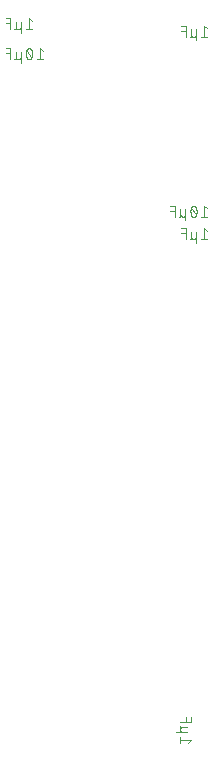
<source format=gbr>
G04 EAGLE Gerber RS-274X export*
G75*
%MOMM*%
%FSLAX34Y34*%
%LPD*%
%INSilkscreen Bottom*%
%IPPOS*%
%AMOC8*
5,1,8,0,0,1.08239X$1,22.5*%
G01*
%ADD10C,0.076200*%


D10*
X326769Y583591D02*
X324158Y585679D01*
X324158Y576281D01*
X321548Y576281D02*
X326769Y576281D01*
X317089Y573148D02*
X317089Y582546D01*
X312912Y582546D02*
X312912Y578369D01*
X312914Y578279D01*
X312920Y578190D01*
X312929Y578100D01*
X312943Y578011D01*
X312960Y577923D01*
X312981Y577836D01*
X313006Y577749D01*
X313035Y577664D01*
X313067Y577580D01*
X313102Y577498D01*
X313142Y577417D01*
X313184Y577338D01*
X313230Y577261D01*
X313280Y577186D01*
X313332Y577113D01*
X313388Y577042D01*
X313446Y576974D01*
X313508Y576909D01*
X313572Y576846D01*
X313639Y576786D01*
X313708Y576729D01*
X313780Y576675D01*
X313854Y576624D01*
X313930Y576576D01*
X314008Y576532D01*
X314088Y576491D01*
X314170Y576453D01*
X314253Y576419D01*
X314338Y576389D01*
X314424Y576362D01*
X314510Y576339D01*
X314598Y576320D01*
X314687Y576305D01*
X314776Y576293D01*
X314865Y576285D01*
X314955Y576281D01*
X315045Y576281D01*
X315135Y576285D01*
X315224Y576293D01*
X315313Y576305D01*
X315402Y576320D01*
X315490Y576339D01*
X315576Y576362D01*
X315662Y576389D01*
X315747Y576419D01*
X315830Y576453D01*
X315912Y576491D01*
X315992Y576532D01*
X316070Y576576D01*
X316146Y576624D01*
X316220Y576675D01*
X316292Y576729D01*
X316361Y576786D01*
X316428Y576846D01*
X316492Y576909D01*
X316554Y576974D01*
X316612Y577042D01*
X316668Y577113D01*
X316720Y577186D01*
X316770Y577261D01*
X316816Y577338D01*
X316858Y577417D01*
X316898Y577498D01*
X316933Y577580D01*
X316965Y577664D01*
X316994Y577749D01*
X317019Y577836D01*
X317040Y577923D01*
X317057Y578011D01*
X317071Y578100D01*
X317080Y578190D01*
X317086Y578279D01*
X317088Y578369D01*
X312912Y578369D02*
X312912Y577325D01*
X312910Y577262D01*
X312904Y577199D01*
X312895Y577137D01*
X312882Y577075D01*
X312865Y577014D01*
X312844Y576955D01*
X312820Y576897D01*
X312792Y576840D01*
X312761Y576785D01*
X312727Y576732D01*
X312690Y576681D01*
X312649Y576633D01*
X312606Y576587D01*
X312560Y576544D01*
X312512Y576503D01*
X312461Y576466D01*
X312408Y576432D01*
X312353Y576401D01*
X312296Y576373D01*
X312238Y576349D01*
X312179Y576328D01*
X312118Y576311D01*
X312056Y576298D01*
X311994Y576289D01*
X311931Y576283D01*
X311868Y576281D01*
X308464Y576281D02*
X308464Y585679D01*
X304287Y585679D01*
X304287Y581502D02*
X308464Y581502D01*
X178313Y761481D02*
X175703Y763569D01*
X175703Y754171D01*
X178313Y754171D02*
X173092Y754171D01*
X168633Y751038D02*
X168633Y760436D01*
X164456Y760436D02*
X164456Y756259D01*
X164457Y756259D02*
X164459Y756169D01*
X164465Y756080D01*
X164474Y755990D01*
X164488Y755901D01*
X164505Y755813D01*
X164526Y755726D01*
X164551Y755639D01*
X164580Y755554D01*
X164612Y755470D01*
X164647Y755388D01*
X164687Y755307D01*
X164729Y755228D01*
X164775Y755151D01*
X164825Y755076D01*
X164877Y755003D01*
X164933Y754932D01*
X164991Y754864D01*
X165053Y754799D01*
X165117Y754736D01*
X165184Y754676D01*
X165253Y754619D01*
X165325Y754565D01*
X165399Y754514D01*
X165475Y754466D01*
X165553Y754422D01*
X165633Y754381D01*
X165715Y754343D01*
X165798Y754309D01*
X165883Y754279D01*
X165969Y754252D01*
X166055Y754229D01*
X166143Y754210D01*
X166232Y754195D01*
X166321Y754183D01*
X166410Y754175D01*
X166500Y754171D01*
X166590Y754171D01*
X166680Y754175D01*
X166769Y754183D01*
X166858Y754195D01*
X166947Y754210D01*
X167035Y754229D01*
X167121Y754252D01*
X167207Y754279D01*
X167292Y754309D01*
X167375Y754343D01*
X167457Y754381D01*
X167537Y754422D01*
X167615Y754466D01*
X167691Y754514D01*
X167765Y754565D01*
X167837Y754619D01*
X167906Y754676D01*
X167973Y754736D01*
X168037Y754799D01*
X168099Y754864D01*
X168157Y754932D01*
X168213Y755003D01*
X168265Y755076D01*
X168315Y755151D01*
X168361Y755228D01*
X168403Y755307D01*
X168443Y755388D01*
X168478Y755470D01*
X168510Y755554D01*
X168539Y755639D01*
X168564Y755726D01*
X168585Y755813D01*
X168602Y755901D01*
X168616Y755990D01*
X168625Y756080D01*
X168631Y756169D01*
X168633Y756259D01*
X164456Y756259D02*
X164456Y755215D01*
X164454Y755152D01*
X164448Y755089D01*
X164439Y755027D01*
X164426Y754965D01*
X164409Y754904D01*
X164388Y754845D01*
X164364Y754787D01*
X164336Y754730D01*
X164305Y754675D01*
X164271Y754622D01*
X164234Y754571D01*
X164193Y754523D01*
X164150Y754477D01*
X164104Y754434D01*
X164056Y754393D01*
X164005Y754356D01*
X163952Y754322D01*
X163897Y754291D01*
X163840Y754263D01*
X163782Y754239D01*
X163723Y754218D01*
X163662Y754201D01*
X163600Y754188D01*
X163538Y754179D01*
X163475Y754173D01*
X163412Y754171D01*
X160008Y754171D02*
X160008Y763569D01*
X155831Y763569D01*
X155831Y759392D02*
X160008Y759392D01*
X184847Y738169D02*
X187457Y736081D01*
X184847Y738169D02*
X184847Y728771D01*
X187457Y728771D02*
X182236Y728771D01*
X178314Y733470D02*
X178312Y733655D01*
X178305Y733840D01*
X178294Y734024D01*
X178279Y734208D01*
X178259Y734392D01*
X178235Y734576D01*
X178206Y734758D01*
X178173Y734940D01*
X178136Y735121D01*
X178094Y735301D01*
X178048Y735481D01*
X177998Y735659D01*
X177944Y735835D01*
X177885Y736011D01*
X177823Y736185D01*
X177756Y736357D01*
X177685Y736528D01*
X177610Y736697D01*
X177531Y736864D01*
X177501Y736944D01*
X177468Y737023D01*
X177431Y737100D01*
X177391Y737176D01*
X177348Y737250D01*
X177302Y737322D01*
X177252Y737391D01*
X177200Y737459D01*
X177144Y737524D01*
X177086Y737587D01*
X177024Y737646D01*
X176961Y737704D01*
X176894Y737758D01*
X176826Y737809D01*
X176755Y737857D01*
X176682Y737902D01*
X176608Y737944D01*
X176531Y737982D01*
X176453Y738017D01*
X176374Y738049D01*
X176293Y738077D01*
X176211Y738101D01*
X176127Y738122D01*
X176044Y738139D01*
X175959Y738152D01*
X175874Y738161D01*
X175789Y738167D01*
X175703Y738169D01*
X175617Y738167D01*
X175532Y738161D01*
X175447Y738152D01*
X175362Y738139D01*
X175279Y738122D01*
X175195Y738101D01*
X175113Y738077D01*
X175033Y738049D01*
X174953Y738017D01*
X174875Y737982D01*
X174798Y737944D01*
X174724Y737902D01*
X174651Y737857D01*
X174580Y737809D01*
X174512Y737758D01*
X174445Y737704D01*
X174382Y737646D01*
X174321Y737587D01*
X174262Y737524D01*
X174207Y737459D01*
X174154Y737391D01*
X174104Y737322D01*
X174058Y737250D01*
X174015Y737176D01*
X173975Y737100D01*
X173938Y737023D01*
X173905Y736944D01*
X173875Y736864D01*
X173796Y736697D01*
X173721Y736528D01*
X173650Y736357D01*
X173583Y736185D01*
X173521Y736011D01*
X173462Y735835D01*
X173408Y735659D01*
X173358Y735481D01*
X173312Y735301D01*
X173270Y735121D01*
X173233Y734940D01*
X173200Y734758D01*
X173171Y734576D01*
X173147Y734392D01*
X173127Y734208D01*
X173112Y734024D01*
X173101Y733840D01*
X173094Y733655D01*
X173092Y733470D01*
X178313Y733470D02*
X178311Y733285D01*
X178304Y733100D01*
X178293Y732916D01*
X178278Y732732D01*
X178258Y732548D01*
X178234Y732364D01*
X178205Y732182D01*
X178172Y732000D01*
X178135Y731819D01*
X178093Y731639D01*
X178047Y731459D01*
X177997Y731281D01*
X177943Y731105D01*
X177884Y730929D01*
X177822Y730755D01*
X177755Y730583D01*
X177684Y730412D01*
X177609Y730243D01*
X177530Y730076D01*
X177531Y730076D02*
X177501Y729996D01*
X177468Y729917D01*
X177431Y729840D01*
X177391Y729764D01*
X177348Y729690D01*
X177302Y729618D01*
X177252Y729549D01*
X177199Y729481D01*
X177144Y729416D01*
X177085Y729353D01*
X177024Y729294D01*
X176961Y729236D01*
X176894Y729182D01*
X176826Y729131D01*
X176755Y729083D01*
X176682Y729038D01*
X176608Y728996D01*
X176531Y728958D01*
X176453Y728923D01*
X176374Y728891D01*
X176293Y728863D01*
X176211Y728839D01*
X176127Y728818D01*
X176044Y728801D01*
X175959Y728788D01*
X175874Y728779D01*
X175789Y728773D01*
X175703Y728771D01*
X173875Y730076D02*
X173796Y730243D01*
X173721Y730412D01*
X173650Y730583D01*
X173583Y730755D01*
X173521Y730929D01*
X173462Y731105D01*
X173408Y731281D01*
X173358Y731459D01*
X173312Y731639D01*
X173270Y731819D01*
X173233Y732000D01*
X173200Y732182D01*
X173171Y732364D01*
X173147Y732548D01*
X173127Y732732D01*
X173112Y732916D01*
X173101Y733100D01*
X173094Y733285D01*
X173092Y733470D01*
X173875Y730076D02*
X173905Y729996D01*
X173938Y729917D01*
X173975Y729840D01*
X174015Y729764D01*
X174058Y729690D01*
X174104Y729618D01*
X174154Y729549D01*
X174207Y729481D01*
X174262Y729416D01*
X174321Y729353D01*
X174382Y729294D01*
X174445Y729236D01*
X174512Y729182D01*
X174580Y729131D01*
X174651Y729083D01*
X174724Y729038D01*
X174798Y728996D01*
X174875Y728958D01*
X174953Y728923D01*
X175033Y728891D01*
X175113Y728863D01*
X175195Y728839D01*
X175279Y728818D01*
X175362Y728801D01*
X175447Y728788D01*
X175532Y728779D01*
X175617Y728773D01*
X175703Y728771D01*
X177791Y730859D02*
X173614Y736081D01*
X168633Y735036D02*
X168633Y725638D01*
X164456Y730859D02*
X164456Y735036D01*
X164457Y730859D02*
X164459Y730769D01*
X164465Y730680D01*
X164474Y730590D01*
X164488Y730501D01*
X164505Y730413D01*
X164526Y730326D01*
X164551Y730239D01*
X164580Y730154D01*
X164612Y730070D01*
X164647Y729988D01*
X164687Y729907D01*
X164729Y729828D01*
X164775Y729751D01*
X164825Y729676D01*
X164877Y729603D01*
X164933Y729532D01*
X164991Y729464D01*
X165053Y729399D01*
X165117Y729336D01*
X165184Y729276D01*
X165253Y729219D01*
X165325Y729165D01*
X165399Y729114D01*
X165475Y729066D01*
X165553Y729022D01*
X165633Y728981D01*
X165715Y728943D01*
X165798Y728909D01*
X165883Y728879D01*
X165969Y728852D01*
X166055Y728829D01*
X166143Y728810D01*
X166232Y728795D01*
X166321Y728783D01*
X166410Y728775D01*
X166500Y728771D01*
X166590Y728771D01*
X166680Y728775D01*
X166769Y728783D01*
X166858Y728795D01*
X166947Y728810D01*
X167035Y728829D01*
X167121Y728852D01*
X167207Y728879D01*
X167292Y728909D01*
X167375Y728943D01*
X167457Y728981D01*
X167537Y729022D01*
X167615Y729066D01*
X167691Y729114D01*
X167765Y729165D01*
X167837Y729219D01*
X167906Y729276D01*
X167973Y729336D01*
X168037Y729399D01*
X168099Y729464D01*
X168157Y729532D01*
X168213Y729603D01*
X168265Y729676D01*
X168315Y729751D01*
X168361Y729828D01*
X168403Y729907D01*
X168443Y729988D01*
X168478Y730070D01*
X168510Y730154D01*
X168539Y730239D01*
X168564Y730326D01*
X168585Y730413D01*
X168602Y730501D01*
X168616Y730590D01*
X168625Y730680D01*
X168631Y730769D01*
X168633Y730859D01*
X164456Y730859D02*
X164456Y729815D01*
X164454Y729752D01*
X164448Y729689D01*
X164439Y729627D01*
X164426Y729565D01*
X164409Y729504D01*
X164388Y729445D01*
X164364Y729387D01*
X164336Y729330D01*
X164305Y729275D01*
X164271Y729222D01*
X164234Y729171D01*
X164193Y729123D01*
X164150Y729077D01*
X164104Y729034D01*
X164056Y728993D01*
X164005Y728956D01*
X163952Y728922D01*
X163897Y728891D01*
X163840Y728863D01*
X163782Y728839D01*
X163723Y728818D01*
X163662Y728801D01*
X163600Y728788D01*
X163538Y728779D01*
X163475Y728773D01*
X163412Y728771D01*
X160008Y728771D02*
X160008Y738169D01*
X155831Y738169D01*
X155831Y733992D02*
X160008Y733992D01*
X324158Y604729D02*
X326769Y602641D01*
X324158Y604729D02*
X324158Y595331D01*
X321548Y595331D02*
X326769Y595331D01*
X317625Y600030D02*
X317623Y600215D01*
X317616Y600400D01*
X317605Y600584D01*
X317590Y600768D01*
X317570Y600952D01*
X317546Y601136D01*
X317517Y601318D01*
X317484Y601500D01*
X317447Y601681D01*
X317405Y601861D01*
X317359Y602041D01*
X317309Y602219D01*
X317255Y602395D01*
X317196Y602571D01*
X317134Y602745D01*
X317067Y602917D01*
X316996Y603088D01*
X316921Y603257D01*
X316842Y603424D01*
X316843Y603424D02*
X316813Y603504D01*
X316780Y603583D01*
X316743Y603660D01*
X316703Y603736D01*
X316660Y603810D01*
X316614Y603882D01*
X316564Y603951D01*
X316512Y604019D01*
X316456Y604084D01*
X316398Y604147D01*
X316336Y604206D01*
X316273Y604264D01*
X316206Y604318D01*
X316138Y604369D01*
X316067Y604417D01*
X315994Y604462D01*
X315920Y604504D01*
X315843Y604542D01*
X315765Y604577D01*
X315686Y604609D01*
X315605Y604637D01*
X315523Y604661D01*
X315439Y604682D01*
X315356Y604699D01*
X315271Y604712D01*
X315186Y604721D01*
X315101Y604727D01*
X315015Y604729D01*
X314929Y604727D01*
X314844Y604721D01*
X314759Y604712D01*
X314674Y604699D01*
X314591Y604682D01*
X314507Y604661D01*
X314425Y604637D01*
X314345Y604609D01*
X314265Y604577D01*
X314187Y604542D01*
X314110Y604504D01*
X314036Y604462D01*
X313963Y604417D01*
X313892Y604369D01*
X313824Y604318D01*
X313757Y604264D01*
X313694Y604206D01*
X313633Y604147D01*
X313574Y604084D01*
X313519Y604019D01*
X313466Y603951D01*
X313416Y603882D01*
X313370Y603810D01*
X313327Y603736D01*
X313287Y603660D01*
X313250Y603583D01*
X313217Y603504D01*
X313187Y603424D01*
X313108Y603257D01*
X313033Y603088D01*
X312962Y602917D01*
X312895Y602745D01*
X312833Y602571D01*
X312774Y602395D01*
X312720Y602219D01*
X312670Y602041D01*
X312624Y601861D01*
X312582Y601681D01*
X312545Y601500D01*
X312512Y601318D01*
X312483Y601136D01*
X312459Y600952D01*
X312439Y600768D01*
X312424Y600584D01*
X312413Y600400D01*
X312406Y600215D01*
X312404Y600030D01*
X317625Y600030D02*
X317623Y599845D01*
X317616Y599660D01*
X317605Y599476D01*
X317590Y599292D01*
X317570Y599108D01*
X317546Y598924D01*
X317517Y598742D01*
X317484Y598560D01*
X317447Y598379D01*
X317405Y598199D01*
X317359Y598019D01*
X317309Y597841D01*
X317255Y597665D01*
X317196Y597489D01*
X317134Y597315D01*
X317067Y597143D01*
X316996Y596972D01*
X316921Y596803D01*
X316842Y596636D01*
X316843Y596636D02*
X316813Y596556D01*
X316780Y596477D01*
X316743Y596400D01*
X316703Y596324D01*
X316660Y596250D01*
X316614Y596178D01*
X316564Y596109D01*
X316511Y596041D01*
X316456Y595976D01*
X316397Y595913D01*
X316336Y595854D01*
X316273Y595796D01*
X316206Y595742D01*
X316138Y595691D01*
X316067Y595643D01*
X315994Y595598D01*
X315920Y595556D01*
X315843Y595518D01*
X315765Y595483D01*
X315686Y595451D01*
X315605Y595423D01*
X315523Y595399D01*
X315439Y595378D01*
X315356Y595361D01*
X315271Y595348D01*
X315186Y595339D01*
X315101Y595333D01*
X315015Y595331D01*
X313187Y596636D02*
X313108Y596803D01*
X313033Y596972D01*
X312962Y597143D01*
X312895Y597315D01*
X312833Y597489D01*
X312774Y597665D01*
X312720Y597841D01*
X312670Y598019D01*
X312624Y598199D01*
X312582Y598379D01*
X312545Y598560D01*
X312512Y598742D01*
X312483Y598924D01*
X312459Y599108D01*
X312439Y599292D01*
X312424Y599476D01*
X312413Y599660D01*
X312406Y599845D01*
X312404Y600030D01*
X313187Y596636D02*
X313217Y596556D01*
X313250Y596477D01*
X313287Y596400D01*
X313327Y596324D01*
X313370Y596250D01*
X313416Y596178D01*
X313466Y596109D01*
X313519Y596041D01*
X313574Y595976D01*
X313633Y595913D01*
X313694Y595854D01*
X313757Y595796D01*
X313824Y595742D01*
X313892Y595691D01*
X313963Y595643D01*
X314036Y595598D01*
X314110Y595556D01*
X314187Y595518D01*
X314265Y595483D01*
X314345Y595451D01*
X314425Y595423D01*
X314507Y595399D01*
X314591Y595378D01*
X314674Y595361D01*
X314759Y595348D01*
X314844Y595339D01*
X314929Y595333D01*
X315015Y595331D01*
X317103Y597419D02*
X312926Y602641D01*
X307945Y601596D02*
X307945Y592198D01*
X303768Y597419D02*
X303768Y601596D01*
X303768Y597419D02*
X303770Y597329D01*
X303776Y597240D01*
X303785Y597150D01*
X303799Y597061D01*
X303816Y596973D01*
X303837Y596886D01*
X303862Y596799D01*
X303891Y596714D01*
X303923Y596630D01*
X303958Y596548D01*
X303998Y596467D01*
X304040Y596388D01*
X304086Y596311D01*
X304136Y596236D01*
X304188Y596163D01*
X304244Y596092D01*
X304302Y596024D01*
X304364Y595959D01*
X304428Y595896D01*
X304495Y595836D01*
X304564Y595779D01*
X304636Y595725D01*
X304710Y595674D01*
X304786Y595626D01*
X304864Y595582D01*
X304944Y595541D01*
X305026Y595503D01*
X305109Y595469D01*
X305194Y595439D01*
X305280Y595412D01*
X305366Y595389D01*
X305454Y595370D01*
X305543Y595355D01*
X305632Y595343D01*
X305721Y595335D01*
X305811Y595331D01*
X305901Y595331D01*
X305991Y595335D01*
X306080Y595343D01*
X306169Y595355D01*
X306258Y595370D01*
X306346Y595389D01*
X306432Y595412D01*
X306518Y595439D01*
X306603Y595469D01*
X306686Y595503D01*
X306768Y595541D01*
X306848Y595582D01*
X306926Y595626D01*
X307002Y595674D01*
X307076Y595725D01*
X307148Y595779D01*
X307217Y595836D01*
X307284Y595896D01*
X307348Y595959D01*
X307410Y596024D01*
X307468Y596092D01*
X307524Y596163D01*
X307576Y596236D01*
X307626Y596311D01*
X307672Y596388D01*
X307714Y596467D01*
X307754Y596548D01*
X307789Y596630D01*
X307821Y596714D01*
X307850Y596799D01*
X307875Y596886D01*
X307896Y596973D01*
X307913Y597061D01*
X307927Y597150D01*
X307936Y597240D01*
X307942Y597329D01*
X307944Y597419D01*
X303768Y597419D02*
X303768Y596375D01*
X303766Y596312D01*
X303760Y596249D01*
X303751Y596187D01*
X303738Y596125D01*
X303721Y596064D01*
X303700Y596005D01*
X303676Y595947D01*
X303648Y595890D01*
X303617Y595835D01*
X303583Y595782D01*
X303546Y595731D01*
X303505Y595683D01*
X303462Y595637D01*
X303416Y595594D01*
X303368Y595553D01*
X303317Y595516D01*
X303264Y595482D01*
X303209Y595451D01*
X303152Y595423D01*
X303094Y595399D01*
X303035Y595378D01*
X302974Y595361D01*
X302912Y595348D01*
X302850Y595339D01*
X302787Y595333D01*
X302724Y595331D01*
X299320Y595331D02*
X299320Y604729D01*
X295143Y604729D01*
X295143Y600552D02*
X299320Y600552D01*
X312629Y152092D02*
X310541Y149481D01*
X312629Y152092D02*
X303231Y152092D01*
X303231Y154702D02*
X303231Y149481D01*
X300098Y159161D02*
X309496Y159161D01*
X309496Y163338D02*
X305319Y163338D01*
X305229Y163336D01*
X305140Y163330D01*
X305050Y163321D01*
X304961Y163307D01*
X304873Y163290D01*
X304786Y163269D01*
X304699Y163244D01*
X304614Y163215D01*
X304530Y163183D01*
X304448Y163148D01*
X304367Y163108D01*
X304288Y163066D01*
X304211Y163020D01*
X304136Y162970D01*
X304063Y162918D01*
X303992Y162862D01*
X303924Y162804D01*
X303859Y162742D01*
X303796Y162678D01*
X303736Y162611D01*
X303679Y162542D01*
X303625Y162470D01*
X303574Y162396D01*
X303526Y162320D01*
X303482Y162242D01*
X303441Y162162D01*
X303403Y162080D01*
X303369Y161997D01*
X303339Y161912D01*
X303312Y161826D01*
X303289Y161740D01*
X303270Y161652D01*
X303255Y161563D01*
X303243Y161474D01*
X303235Y161385D01*
X303231Y161295D01*
X303231Y161205D01*
X303235Y161115D01*
X303243Y161026D01*
X303255Y160937D01*
X303270Y160848D01*
X303289Y160760D01*
X303312Y160674D01*
X303339Y160588D01*
X303369Y160503D01*
X303403Y160420D01*
X303441Y160338D01*
X303482Y160258D01*
X303526Y160180D01*
X303574Y160104D01*
X303625Y160030D01*
X303679Y159958D01*
X303736Y159889D01*
X303796Y159822D01*
X303859Y159758D01*
X303924Y159696D01*
X303992Y159638D01*
X304063Y159582D01*
X304136Y159530D01*
X304211Y159480D01*
X304288Y159434D01*
X304367Y159392D01*
X304448Y159352D01*
X304530Y159317D01*
X304614Y159285D01*
X304699Y159256D01*
X304786Y159231D01*
X304873Y159210D01*
X304961Y159193D01*
X305050Y159179D01*
X305140Y159170D01*
X305229Y159164D01*
X305319Y159162D01*
X305319Y163338D02*
X304275Y163338D01*
X304212Y163340D01*
X304149Y163346D01*
X304087Y163355D01*
X304025Y163368D01*
X303964Y163385D01*
X303905Y163406D01*
X303847Y163430D01*
X303790Y163458D01*
X303735Y163489D01*
X303682Y163523D01*
X303631Y163560D01*
X303583Y163601D01*
X303537Y163644D01*
X303494Y163690D01*
X303453Y163738D01*
X303416Y163789D01*
X303382Y163842D01*
X303351Y163897D01*
X303323Y163954D01*
X303299Y164012D01*
X303278Y164071D01*
X303261Y164132D01*
X303248Y164194D01*
X303239Y164256D01*
X303233Y164319D01*
X303231Y164382D01*
X303231Y167786D02*
X312629Y167786D01*
X312629Y171963D01*
X308452Y171963D02*
X308452Y167786D01*
X326769Y755041D02*
X324158Y757129D01*
X324158Y747731D01*
X321548Y747731D02*
X326769Y747731D01*
X317089Y744598D02*
X317089Y753996D01*
X312912Y753996D02*
X312912Y749819D01*
X312914Y749729D01*
X312920Y749640D01*
X312929Y749550D01*
X312943Y749461D01*
X312960Y749373D01*
X312981Y749286D01*
X313006Y749199D01*
X313035Y749114D01*
X313067Y749030D01*
X313102Y748948D01*
X313142Y748867D01*
X313184Y748788D01*
X313230Y748711D01*
X313280Y748636D01*
X313332Y748563D01*
X313388Y748492D01*
X313446Y748424D01*
X313508Y748359D01*
X313572Y748296D01*
X313639Y748236D01*
X313708Y748179D01*
X313780Y748125D01*
X313854Y748074D01*
X313930Y748026D01*
X314008Y747982D01*
X314088Y747941D01*
X314170Y747903D01*
X314253Y747869D01*
X314338Y747839D01*
X314424Y747812D01*
X314510Y747789D01*
X314598Y747770D01*
X314687Y747755D01*
X314776Y747743D01*
X314865Y747735D01*
X314955Y747731D01*
X315045Y747731D01*
X315135Y747735D01*
X315224Y747743D01*
X315313Y747755D01*
X315402Y747770D01*
X315490Y747789D01*
X315576Y747812D01*
X315662Y747839D01*
X315747Y747869D01*
X315830Y747903D01*
X315912Y747941D01*
X315992Y747982D01*
X316070Y748026D01*
X316146Y748074D01*
X316220Y748125D01*
X316292Y748179D01*
X316361Y748236D01*
X316428Y748296D01*
X316492Y748359D01*
X316554Y748424D01*
X316612Y748492D01*
X316668Y748563D01*
X316720Y748636D01*
X316770Y748711D01*
X316816Y748788D01*
X316858Y748867D01*
X316898Y748948D01*
X316933Y749030D01*
X316965Y749114D01*
X316994Y749199D01*
X317019Y749286D01*
X317040Y749373D01*
X317057Y749461D01*
X317071Y749550D01*
X317080Y749640D01*
X317086Y749729D01*
X317088Y749819D01*
X312912Y749819D02*
X312912Y748775D01*
X312910Y748712D01*
X312904Y748649D01*
X312895Y748587D01*
X312882Y748525D01*
X312865Y748464D01*
X312844Y748405D01*
X312820Y748347D01*
X312792Y748290D01*
X312761Y748235D01*
X312727Y748182D01*
X312690Y748131D01*
X312649Y748083D01*
X312606Y748037D01*
X312560Y747994D01*
X312512Y747953D01*
X312461Y747916D01*
X312408Y747882D01*
X312353Y747851D01*
X312296Y747823D01*
X312238Y747799D01*
X312179Y747778D01*
X312118Y747761D01*
X312056Y747748D01*
X311994Y747739D01*
X311931Y747733D01*
X311868Y747731D01*
X308464Y747731D02*
X308464Y757129D01*
X304287Y757129D01*
X304287Y752952D02*
X308464Y752952D01*
M02*

</source>
